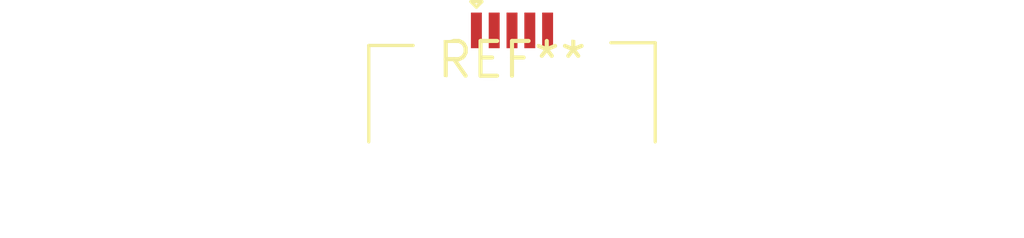
<source format=kicad_pcb>
(kicad_pcb (version 20240108) (generator pcbnew)
  (layers (0 "F.Cu" signal) (31 "B.Cu" signal) (34 "B.Paste" user) (35 "F.Paste" user) (36 "B.SilkS" user "B.Silkscreen") (37 "F.SilkS" user "F.Silkscreen") (38 "B.Mask" user) (39 "F.Mask" user) (44 "Edge.Cuts" user))
  (net 0 "")
  (footprint "USB_Micro-B_Technik_TWP-4002D-H3" (layer "F.Cu") (at 0 0)
    (property "Reference" "REF**")
    (property "Value" "USB_Micro-B_Technik_TWP-4002D-H3")
    (fp_line (start -5.23 -0.525) (end -3.61 -0.525) (layer "F.SilkS") (stroke (width 0.12)))
    (fp_line (start -5.23 2.995) (end -5.23 -0.525) (layer "F.SilkS") (stroke (width 0.12)))
    (fp_line (start -1.5 -2.125) (end -1.1 -2.125) (layer "F.SilkS") (stroke (width 0.12)))
    (fp_line (start -1.3 -1.925) (end -1.5 -2.125) (layer "F.SilkS") (stroke (width 0.12)))
    (fp_line (start -1.1 -2.125) (end -1.3 -1.925) (layer "F.SilkS") (stroke (width 0.12)))
    (fp_line (start 5.23 -0.625) (end 3.61 -0.625) (layer "F.SilkS") (stroke (width 0.12)))
    (fp_line (start 5.23 2.995) (end 5.23 -0.625) (layer "F.SilkS") (stroke (width 0.12)))
    (pad "" np_thru_hole circle (at -2.5 1.175) (size 1.1 1.1) (drill 1.1) (layers *.Cu *.Mask))
    (pad "" np_thru_hole circle (at 2.5 1.175) (size 1.1 1.1) (drill 1.1) (layers *.Cu *.Mask))
    (pad "1" smd rect (at -1.3 -1.075) (size 0.4 1.3) (layers "F.Cu" "F.Paste" "F.Mask"))
    (pad "2" smd rect (at -0.65 -1.075) (size 0.4 1.3) (layers "F.Cu" "F.Paste" "F.Mask"))
    (pad "3" smd rect (at 0 -1.075) (size 0.4 1.3) (layers "F.Cu" "F.Paste" "F.Mask"))
    (pad "4" smd rect (at 0.65 -1.075) (size 0.4 1.3) (layers "F.Cu" "F.Paste" "F.Mask"))
    (pad "5" smd rect (at 1.3 -1.075) (size 0.4 1.3) (layers "F.Cu" "F.Paste" "F.Mask"))
    (pad "6" thru_hole oval (at -2.55 -1.025) (size 1.6 1.1) (drill oval 1.1 0.6) (layers *.Cu *.Mask) (remove_unused_layers))
    (pad "6" thru_hole oval (at 2.55 -1.025) (size 1.6 1.1) (drill oval 1.1 0.6) (layers *.Cu *.Mask) (remove_unused_layers))
  )
)
</source>
